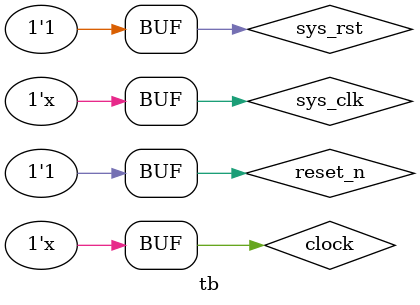
<source format=v>


// Change log:
// 
// 
// 

// -------------------------------------
// Naming Conventions:
// 	active low signals                 : "*_n"
// 	clock signals                      : "clk", "clk_div#", "clk_#x"
// 	reset signals                      : "rst", "rst_n"
// 	generics                           : "C_*"
// 	user defined types                 : "*_TYPE"
// 	state machine next state           : "*_ns"
// 	state machine current state        : "*_cs"
// 	combinatorial signals              : "*_com"
// 	pipelined or register delay signals: "*_d#"
// 	counter signals                    : "*cnt*"
// 	clock enable signals               : "*_ce"
// 	internal version of output port    : "*_i"
// 	device pins                        : "*_pin"
// 	ports                              : - Names begin with Uppercase
// Code:
`timescale 1ps/100fs

module tb;

   parameter NUM_DEVICES = 1;
   parameter DATA_WIDTH  = 36;
   parameter BW_WIDTH    = 4;
   parameter ADDR_WIDTH  = 18;

   wire [0:0] qdriip_cq_n;
   wire [0:0] qdriip_cq_p;
   wire [35:0] qdriip_q;
   wire        sys_clk;
   wire        sys_rst;

   wire        init_calib_complete;
   wire [3:0]  qdriip_bw_n;
   wire        qdriip_dll_off_n;
   wire [0:0]  qdriip_k_p;
   wire [0:0]  qdriip_k_n;
   wire        qdriip_r_n;
   wire        qdriip_w_n;
   wire [35:0] qdriip_d;
   wire [17:0] qdriip_sa;
   wire        tg_compare_error;
   wire        qdriip_qvld;
   
   qdr_tb qdr_tb (/*AUTOINST*/
		  // Outputs
		  .init_calib_complete	(init_calib_complete),
		  .qdriip_bw_n		(qdriip_bw_n[BW_WIDTH-1:0]),
		  .qdriip_d		(qdriip_d[DATA_WIDTH-1:0]),
		  .qdriip_dll_off_n	(qdriip_dll_off_n),
		  .qdriip_k_n		(qdriip_k_n[NUM_DEVICES-1:0]),
		  .qdriip_k_p		(qdriip_k_p[NUM_DEVICES-1:0]),
		  .qdriip_r_n		(qdriip_r_n),
		  .qdriip_sa		(qdriip_sa[ADDR_WIDTH-1:0]),
		  .qdriip_w_n		(qdriip_w_n),
		  .tg_compare_error	(tg_compare_error),
		  // Inputs
		  .qdriip_cq_n		(qdriip_cq_n[NUM_DEVICES-1:0]),
		  .qdriip_cq_p		(qdriip_cq_p[NUM_DEVICES-1:0]),
		  .qdriip_q		(qdriip_q[DATA_WIDTH-1:0]),
		  .sys_clk		(sys_clk),
		  .sys_rst		(sys_rst));

   //defparam qdr_tb.example_top.SIM_BYPASS_INIT_CAL = "FAST";
   //defparam qdr_tb.example_top.SIMULATION          = "FALSE";

   cyqdr2_b4 
     cyqdr2_b4  (
		 // Outputs
		 .TDO			(),
		 .QVLD			(qdriip_qvld),
		 // Inouts
		 .CQ			(qdriip_cq_p),
		 .CQb			(qdriip_cq_n),
		 .Q			(qdriip_q),
		 // Inputs
		 .TCK			(1'b0),
		 .TMS			(1'b1),
		 .TDI			(1'b0),
		 .D			(qdriip_d),
		 .K			(qdriip_k_p),
		 .Kb			(qdriip_k_n),
		 .RPSb			(qdriip_r_n),
		 .WPSb			(qdriip_w_n),
		 .BWS0b			(qdriip_bw_n[0]),
		 .BWS1b			(qdriip_bw_n[1]),
		 .BWS2b			(qdriip_bw_n[2]),
		 .BWS3b			(qdriip_bw_n[3]),
		 .ZQ			(1'b0),
		 .ODT			(1'b0),
		 .DOFF			(qdriip_dll_off_n),
		 .A			(qdriip_sa[17:0]));
   
   reg 	       reset_n;
   reg 	       clock;
   initial begin
      reset_n = 1'b0; 
      #80000 reset_n = 1'b1;
   end
   assign sys_rst = reset_n;

   initial 
      clock = 1'b0;
   always 
     clock = #(10000/2) ~clock;

   assign sys_clk = clock;
   
endmodule // tb

// Local Variables:
// verilog-library-directories:("../" ".")
// verilog-library-files:(".")
// verilog-library-extensions:(".v" ".h")
// End:

// 
// tb.v ends here

</source>
